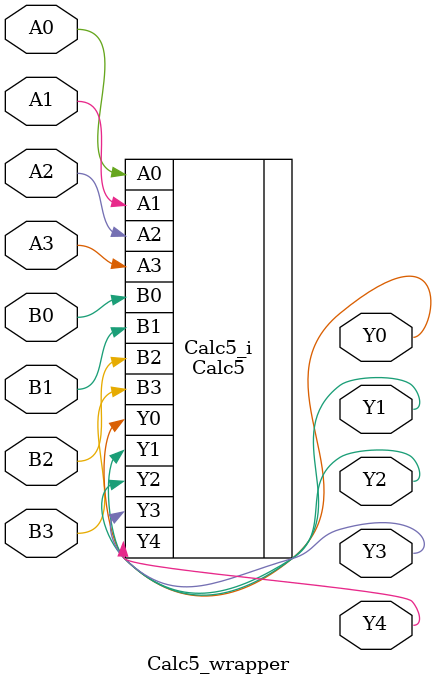
<source format=v>
`timescale 1 ps / 1 ps

module Calc5_wrapper
   (A0,
    A1,
    A2,
    A3,
    B0,
    B1,
    B2,
    B3,
    Y0,
    Y1,
    Y2,
    Y3,
    Y4);
  input A0;
  input A1;
  input A2;
  input A3;
  input B0;
  input B1;
  input B2;
  input B3;
  output Y0;
  output Y1;
  output Y2;
  output Y3;
  output Y4;

  wire A0;
  wire A1;
  wire A2;
  wire A3;
  wire B0;
  wire B1;
  wire B2;
  wire B3;
  wire Y0;
  wire Y1;
  wire Y2;
  wire Y3;
  wire Y4;

  Calc5 Calc5_i
       (.A0(A0),
        .A1(A1),
        .A2(A2),
        .A3(A3),
        .B0(B0),
        .B1(B1),
        .B2(B2),
        .B3(B3),
        .Y0(Y0),
        .Y1(Y1),
        .Y2(Y2),
        .Y3(Y3),
        .Y4(Y4));
endmodule

</source>
